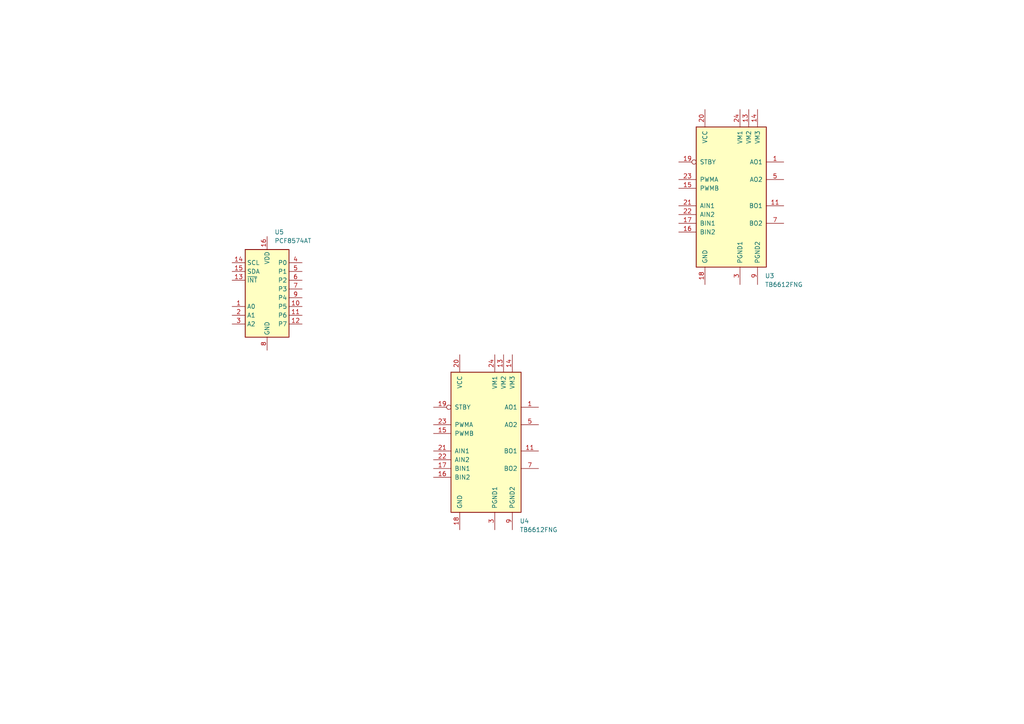
<source format=kicad_sch>
(kicad_sch
	(version 20250114)
	(generator "eeschema")
	(generator_version "9.0")
	(uuid "042ff7d9-0ebc-41d9-b719-94c84745b085")
	(paper "A4")
	(lib_symbols
		(symbol "Driver_Motor:TB6612FNG"
			(pin_names
				(offset 1.016)
			)
			(exclude_from_sim no)
			(in_bom yes)
			(on_board yes)
			(property "Reference" "U"
				(at 11.43 17.78 0)
				(effects
					(font
						(size 1.27 1.27)
					)
					(justify left)
				)
			)
			(property "Value" "TB6612FNG"
				(at 11.43 15.24 0)
				(effects
					(font
						(size 1.27 1.27)
					)
					(justify left)
				)
			)
			(property "Footprint" "Package_SO:SSOP-24_5.3x8.2mm_P0.65mm"
				(at 33.02 -22.86 0)
				(effects
					(font
						(size 1.27 1.27)
					)
					(hide yes)
				)
			)
			(property "Datasheet" "https://toshiba.semicon-storage.com/us/product/linear/motordriver/detail.TB6612FNG.html"
				(at 11.43 15.24 0)
				(effects
					(font
						(size 1.27 1.27)
					)
					(hide yes)
				)
			)
			(property "Description" "Driver IC for Dual DC motor, SSOP-24"
				(at 0 0 0)
				(effects
					(font
						(size 1.27 1.27)
					)
					(hide yes)
				)
			)
			(property "ki_keywords" "H-bridge motor driver"
				(at 0 0 0)
				(effects
					(font
						(size 1.27 1.27)
					)
					(hide yes)
				)
			)
			(property "ki_fp_filters" "SSOP-24*5.3x8.2mm*P0.65mm*"
				(at 0 0 0)
				(effects
					(font
						(size 1.27 1.27)
					)
					(hide yes)
				)
			)
			(symbol "TB6612FNG_0_1"
				(rectangle
					(start -10.16 20.32)
					(end 10.16 -20.32)
					(stroke
						(width 0.254)
						(type default)
					)
					(fill
						(type background)
					)
				)
			)
			(symbol "TB6612FNG_1_1"
				(pin input inverted
					(at -15.24 10.16 0)
					(length 5.08)
					(name "STBY"
						(effects
							(font
								(size 1.27 1.27)
							)
						)
					)
					(number "19"
						(effects
							(font
								(size 1.27 1.27)
							)
						)
					)
				)
				(pin input line
					(at -15.24 5.08 0)
					(length 5.08)
					(name "PWMA"
						(effects
							(font
								(size 1.27 1.27)
							)
						)
					)
					(number "23"
						(effects
							(font
								(size 1.27 1.27)
							)
						)
					)
				)
				(pin input line
					(at -15.24 2.54 0)
					(length 5.08)
					(name "PWMB"
						(effects
							(font
								(size 1.27 1.27)
							)
						)
					)
					(number "15"
						(effects
							(font
								(size 1.27 1.27)
							)
						)
					)
				)
				(pin input line
					(at -15.24 -2.54 0)
					(length 5.08)
					(name "AIN1"
						(effects
							(font
								(size 1.27 1.27)
							)
						)
					)
					(number "21"
						(effects
							(font
								(size 1.27 1.27)
							)
						)
					)
				)
				(pin input line
					(at -15.24 -5.08 0)
					(length 5.08)
					(name "AIN2"
						(effects
							(font
								(size 1.27 1.27)
							)
						)
					)
					(number "22"
						(effects
							(font
								(size 1.27 1.27)
							)
						)
					)
				)
				(pin input line
					(at -15.24 -7.62 0)
					(length 5.08)
					(name "BIN1"
						(effects
							(font
								(size 1.27 1.27)
							)
						)
					)
					(number "17"
						(effects
							(font
								(size 1.27 1.27)
							)
						)
					)
				)
				(pin input line
					(at -15.24 -10.16 0)
					(length 5.08)
					(name "BIN2"
						(effects
							(font
								(size 1.27 1.27)
							)
						)
					)
					(number "16"
						(effects
							(font
								(size 1.27 1.27)
							)
						)
					)
				)
				(pin power_in line
					(at -7.62 25.4 270)
					(length 5.08)
					(name "VCC"
						(effects
							(font
								(size 1.27 1.27)
							)
						)
					)
					(number "20"
						(effects
							(font
								(size 1.27 1.27)
							)
						)
					)
				)
				(pin power_in line
					(at -7.62 -25.4 90)
					(length 5.08)
					(name "GND"
						(effects
							(font
								(size 1.27 1.27)
							)
						)
					)
					(number "18"
						(effects
							(font
								(size 1.27 1.27)
							)
						)
					)
				)
				(pin power_in line
					(at 2.54 25.4 270)
					(length 5.08)
					(name "VM1"
						(effects
							(font
								(size 1.27 1.27)
							)
						)
					)
					(number "24"
						(effects
							(font
								(size 1.27 1.27)
							)
						)
					)
				)
				(pin power_in line
					(at 2.54 -25.4 90)
					(length 5.08)
					(name "PGND1"
						(effects
							(font
								(size 1.27 1.27)
							)
						)
					)
					(number "3"
						(effects
							(font
								(size 1.27 1.27)
							)
						)
					)
				)
				(pin passive line
					(at 2.54 -25.4 90)
					(length 5.08)
					(hide yes)
					(name "PGND1"
						(effects
							(font
								(size 1.27 1.27)
							)
						)
					)
					(number "4"
						(effects
							(font
								(size 1.27 1.27)
							)
						)
					)
				)
				(pin power_in line
					(at 5.08 25.4 270)
					(length 5.08)
					(name "VM2"
						(effects
							(font
								(size 1.27 1.27)
							)
						)
					)
					(number "13"
						(effects
							(font
								(size 1.27 1.27)
							)
						)
					)
				)
				(pin power_in line
					(at 7.62 25.4 270)
					(length 5.08)
					(name "VM3"
						(effects
							(font
								(size 1.27 1.27)
							)
						)
					)
					(number "14"
						(effects
							(font
								(size 1.27 1.27)
							)
						)
					)
				)
				(pin passive line
					(at 7.62 -25.4 90)
					(length 5.08)
					(hide yes)
					(name "PGND2"
						(effects
							(font
								(size 1.27 1.27)
							)
						)
					)
					(number "10"
						(effects
							(font
								(size 1.27 1.27)
							)
						)
					)
				)
				(pin power_in line
					(at 7.62 -25.4 90)
					(length 5.08)
					(name "PGND2"
						(effects
							(font
								(size 1.27 1.27)
							)
						)
					)
					(number "9"
						(effects
							(font
								(size 1.27 1.27)
							)
						)
					)
				)
				(pin output line
					(at 15.24 10.16 180)
					(length 5.08)
					(name "AO1"
						(effects
							(font
								(size 1.27 1.27)
							)
						)
					)
					(number "1"
						(effects
							(font
								(size 1.27 1.27)
							)
						)
					)
				)
				(pin passive line
					(at 15.24 10.16 180)
					(length 5.08)
					(hide yes)
					(name "AO1"
						(effects
							(font
								(size 1.27 1.27)
							)
						)
					)
					(number "2"
						(effects
							(font
								(size 1.27 1.27)
							)
						)
					)
				)
				(pin output line
					(at 15.24 5.08 180)
					(length 5.08)
					(name "AO2"
						(effects
							(font
								(size 1.27 1.27)
							)
						)
					)
					(number "5"
						(effects
							(font
								(size 1.27 1.27)
							)
						)
					)
				)
				(pin passive line
					(at 15.24 5.08 180)
					(length 5.08)
					(hide yes)
					(name "AO2"
						(effects
							(font
								(size 1.27 1.27)
							)
						)
					)
					(number "6"
						(effects
							(font
								(size 1.27 1.27)
							)
						)
					)
				)
				(pin output line
					(at 15.24 -2.54 180)
					(length 5.08)
					(name "BO1"
						(effects
							(font
								(size 1.27 1.27)
							)
						)
					)
					(number "11"
						(effects
							(font
								(size 1.27 1.27)
							)
						)
					)
				)
				(pin passive line
					(at 15.24 -2.54 180)
					(length 5.08)
					(hide yes)
					(name "BO1"
						(effects
							(font
								(size 1.27 1.27)
							)
						)
					)
					(number "12"
						(effects
							(font
								(size 1.27 1.27)
							)
						)
					)
				)
				(pin output line
					(at 15.24 -7.62 180)
					(length 5.08)
					(name "BO2"
						(effects
							(font
								(size 1.27 1.27)
							)
						)
					)
					(number "7"
						(effects
							(font
								(size 1.27 1.27)
							)
						)
					)
				)
				(pin passive line
					(at 15.24 -7.62 180)
					(length 5.08)
					(hide yes)
					(name "BO2"
						(effects
							(font
								(size 1.27 1.27)
							)
						)
					)
					(number "8"
						(effects
							(font
								(size 1.27 1.27)
							)
						)
					)
				)
			)
			(embedded_fonts no)
		)
		(symbol "Interface_Expansion:PCF8574AT"
			(exclude_from_sim no)
			(in_bom yes)
			(on_board yes)
			(property "Reference" "U"
				(at -6.35 12.954 0)
				(effects
					(font
						(size 1.27 1.27)
					)
					(justify left)
				)
			)
			(property "Value" "PCF8574AT"
				(at 3.048 12.954 0)
				(effects
					(font
						(size 1.27 1.27)
					)
					(justify left)
				)
			)
			(property "Footprint" "Package_SO:SOIC-16W_7.5x10.3mm_P1.27mm"
				(at 0 0 0)
				(effects
					(font
						(size 1.27 1.27)
					)
					(hide yes)
				)
			)
			(property "Datasheet" "http://www.nxp.com/docs/en/data-sheet/PCF8574_PCF8574A.pdf"
				(at 0 0 0)
				(effects
					(font
						(size 1.27 1.27)
					)
					(hide yes)
				)
			)
			(property "Description" "8 Bit Port/Expander to I2C Bus, fixed address bits 0b0111, SOIC-16"
				(at 0 0 0)
				(effects
					(font
						(size 1.27 1.27)
					)
					(hide yes)
				)
			)
			(property "ki_keywords" "I2C Expander"
				(at 0 0 0)
				(effects
					(font
						(size 1.27 1.27)
					)
					(hide yes)
				)
			)
			(property "ki_fp_filters" "SOIC*7.5x10.3mm*P1.27mm*"
				(at 0 0 0)
				(effects
					(font
						(size 1.27 1.27)
					)
					(hide yes)
				)
			)
			(symbol "PCF8574AT_0_1"
				(rectangle
					(start -6.35 -13.97)
					(end 6.35 11.43)
					(stroke
						(width 0.254)
						(type default)
					)
					(fill
						(type background)
					)
				)
			)
			(symbol "PCF8574AT_1_1"
				(pin input line
					(at -10.16 7.62 0)
					(length 3.81)
					(name "SCL"
						(effects
							(font
								(size 1.27 1.27)
							)
						)
					)
					(number "14"
						(effects
							(font
								(size 1.27 1.27)
							)
						)
					)
				)
				(pin bidirectional line
					(at -10.16 5.08 0)
					(length 3.81)
					(name "SDA"
						(effects
							(font
								(size 1.27 1.27)
							)
						)
					)
					(number "15"
						(effects
							(font
								(size 1.27 1.27)
							)
						)
					)
				)
				(pin open_collector line
					(at -10.16 2.54 0)
					(length 3.81)
					(name "~{INT}"
						(effects
							(font
								(size 1.27 1.27)
							)
						)
					)
					(number "13"
						(effects
							(font
								(size 1.27 1.27)
							)
						)
					)
				)
				(pin input line
					(at -10.16 -5.08 0)
					(length 3.81)
					(name "A0"
						(effects
							(font
								(size 1.27 1.27)
							)
						)
					)
					(number "1"
						(effects
							(font
								(size 1.27 1.27)
							)
						)
					)
				)
				(pin input line
					(at -10.16 -7.62 0)
					(length 3.81)
					(name "A1"
						(effects
							(font
								(size 1.27 1.27)
							)
						)
					)
					(number "2"
						(effects
							(font
								(size 1.27 1.27)
							)
						)
					)
				)
				(pin input line
					(at -10.16 -10.16 0)
					(length 3.81)
					(name "A2"
						(effects
							(font
								(size 1.27 1.27)
							)
						)
					)
					(number "3"
						(effects
							(font
								(size 1.27 1.27)
							)
						)
					)
				)
				(pin power_in line
					(at 0 15.24 270)
					(length 3.81)
					(name "VDD"
						(effects
							(font
								(size 1.27 1.27)
							)
						)
					)
					(number "16"
						(effects
							(font
								(size 1.27 1.27)
							)
						)
					)
				)
				(pin power_in line
					(at 0 -17.78 90)
					(length 3.81)
					(name "GND"
						(effects
							(font
								(size 1.27 1.27)
							)
						)
					)
					(number "8"
						(effects
							(font
								(size 1.27 1.27)
							)
						)
					)
				)
				(pin bidirectional line
					(at 10.16 7.62 180)
					(length 3.81)
					(name "P0"
						(effects
							(font
								(size 1.27 1.27)
							)
						)
					)
					(number "4"
						(effects
							(font
								(size 1.27 1.27)
							)
						)
					)
				)
				(pin bidirectional line
					(at 10.16 5.08 180)
					(length 3.81)
					(name "P1"
						(effects
							(font
								(size 1.27 1.27)
							)
						)
					)
					(number "5"
						(effects
							(font
								(size 1.27 1.27)
							)
						)
					)
				)
				(pin bidirectional line
					(at 10.16 2.54 180)
					(length 3.81)
					(name "P2"
						(effects
							(font
								(size 1.27 1.27)
							)
						)
					)
					(number "6"
						(effects
							(font
								(size 1.27 1.27)
							)
						)
					)
				)
				(pin bidirectional line
					(at 10.16 0 180)
					(length 3.81)
					(name "P3"
						(effects
							(font
								(size 1.27 1.27)
							)
						)
					)
					(number "7"
						(effects
							(font
								(size 1.27 1.27)
							)
						)
					)
				)
				(pin bidirectional line
					(at 10.16 -2.54 180)
					(length 3.81)
					(name "P4"
						(effects
							(font
								(size 1.27 1.27)
							)
						)
					)
					(number "9"
						(effects
							(font
								(size 1.27 1.27)
							)
						)
					)
				)
				(pin bidirectional line
					(at 10.16 -5.08 180)
					(length 3.81)
					(name "P5"
						(effects
							(font
								(size 1.27 1.27)
							)
						)
					)
					(number "10"
						(effects
							(font
								(size 1.27 1.27)
							)
						)
					)
				)
				(pin bidirectional line
					(at 10.16 -7.62 180)
					(length 3.81)
					(name "P6"
						(effects
							(font
								(size 1.27 1.27)
							)
						)
					)
					(number "11"
						(effects
							(font
								(size 1.27 1.27)
							)
						)
					)
				)
				(pin bidirectional line
					(at 10.16 -10.16 180)
					(length 3.81)
					(name "P7"
						(effects
							(font
								(size 1.27 1.27)
							)
						)
					)
					(number "12"
						(effects
							(font
								(size 1.27 1.27)
							)
						)
					)
				)
			)
			(embedded_fonts no)
		)
	)
	(symbol
		(lib_id "Interface_Expansion:PCF8574AT")
		(at 77.47 83.82 0)
		(unit 1)
		(exclude_from_sim no)
		(in_bom yes)
		(on_board yes)
		(dnp no)
		(fields_autoplaced yes)
		(uuid "04838f56-4a0b-4cc6-b2c6-070980bf4c78")
		(property "Reference" "U5"
			(at 79.6133 67.31 0)
			(effects
				(font
					(size 1.27 1.27)
				)
				(justify left)
			)
		)
		(property "Value" "PCF8574AT"
			(at 79.6133 69.85 0)
			(effects
				(font
					(size 1.27 1.27)
				)
				(justify left)
			)
		)
		(property "Footprint" "Package_SO:SOIC-16W_7.5x10.3mm_P1.27mm"
			(at 77.47 83.82 0)
			(effects
				(font
					(size 1.27 1.27)
				)
				(hide yes)
			)
		)
		(property "Datasheet" "http://www.nxp.com/docs/en/data-sheet/PCF8574_PCF8574A.pdf"
			(at 77.47 83.82 0)
			(effects
				(font
					(size 1.27 1.27)
				)
				(hide yes)
			)
		)
		(property "Description" "8 Bit Port/Expander to I2C Bus, fixed address bits 0b0111, SOIC-16"
			(at 77.47 83.82 0)
			(effects
				(font
					(size 1.27 1.27)
				)
				(hide yes)
			)
		)
		(pin "14"
			(uuid "a6e9c738-6b26-49c1-9f5d-c8c2d53d9372")
		)
		(pin "4"
			(uuid "7021619b-c4b2-44ff-a1c0-c37dbe315f68")
		)
		(pin "5"
			(uuid "db054d80-ddc6-4093-a92a-4f79b185a71d")
		)
		(pin "11"
			(uuid "5d039d21-cdd1-4222-8602-239093fb2661")
		)
		(pin "2"
			(uuid "83f4258c-09c1-48cf-a555-042a473775c4")
		)
		(pin "13"
			(uuid "49df5775-fce0-4399-83f4-705483ea9e6f")
		)
		(pin "3"
			(uuid "7636b909-4977-4e58-9195-1991904376cf")
		)
		(pin "15"
			(uuid "db9960d2-06ef-48da-bd5c-412ce27cdc8e")
		)
		(pin "1"
			(uuid "5c4f0cc1-a955-473c-a9cc-271f1992acf1")
		)
		(pin "6"
			(uuid "a4122f81-6871-404a-be32-151454f6239b")
		)
		(pin "7"
			(uuid "62ac0be1-ce8f-4cfa-9fec-100d03e66f01")
		)
		(pin "9"
			(uuid "48d2f525-094e-4883-83d1-8e34bd9556d2")
		)
		(pin "8"
			(uuid "c5e0760f-9733-4d71-b5d0-47d649420210")
		)
		(pin "16"
			(uuid "9fd73023-0d8b-43ee-925b-6d7fc289aa88")
		)
		(pin "10"
			(uuid "9b35d0f8-4114-4ee0-9a1b-91472b94387f")
		)
		(pin "12"
			(uuid "be50e4bc-e703-4e26-b0e8-2f36738a1589")
		)
		(instances
			(project ""
				(path "/de57d3be-b862-42cc-a84c-a9aed08aacc3/a91d2fb7-4ec0-47bd-8a71-8ead7f30deb1"
					(reference "U5")
					(unit 1)
				)
			)
		)
	)
	(symbol
		(lib_id "Driver_Motor:TB6612FNG")
		(at 212.09 57.15 0)
		(unit 1)
		(exclude_from_sim no)
		(in_bom yes)
		(on_board yes)
		(dnp no)
		(fields_autoplaced yes)
		(uuid "1ea1fc82-4616-418f-a319-4f313ef26f43")
		(property "Reference" "U3"
			(at 221.8533 80.01 0)
			(effects
				(font
					(size 1.27 1.27)
				)
				(justify left)
			)
		)
		(property "Value" "TB6612FNG"
			(at 221.8533 82.55 0)
			(effects
				(font
					(size 1.27 1.27)
				)
				(justify left)
			)
		)
		(property "Footprint" "Package_SO:SSOP-24_5.3x8.2mm_P0.65mm"
			(at 245.11 80.01 0)
			(effects
				(font
					(size 1.27 1.27)
				)
				(hide yes)
			)
		)
		(property "Datasheet" "https://toshiba.semicon-storage.com/us/product/linear/motordriver/detail.TB6612FNG.html"
			(at 223.52 41.91 0)
			(effects
				(font
					(size 1.27 1.27)
				)
				(hide yes)
			)
		)
		(property "Description" "Driver IC for Dual DC motor, SSOP-24"
			(at 212.09 57.15 0)
			(effects
				(font
					(size 1.27 1.27)
				)
				(hide yes)
			)
		)
		(pin "15"
			(uuid "5101dc9d-05ed-4dbb-b55a-f72971b998e2")
		)
		(pin "18"
			(uuid "b83e38b8-374d-4669-91d3-dcbf78fe4fbe")
		)
		(pin "23"
			(uuid "61720e8d-8993-4a15-af10-ad15ae5c1c17")
		)
		(pin "16"
			(uuid "e4d0e83e-c279-419e-b046-80ea60a0a7fe")
		)
		(pin "8"
			(uuid "c05b39e8-731f-4d88-b8a2-7236b9d28adc")
		)
		(pin "21"
			(uuid "7c452a71-a582-4084-ba8a-d73768451bbd")
		)
		(pin "1"
			(uuid "dfb6fb25-6f64-4f76-b5dd-49788b383624")
		)
		(pin "22"
			(uuid "c77173ae-db4f-499c-9705-ac296c45c760")
		)
		(pin "19"
			(uuid "da2bbe0d-c6ef-4c70-9c15-f0b7f1bf3654")
		)
		(pin "7"
			(uuid "aa315bbd-2a76-4dd6-8f00-52eb0b68c440")
		)
		(pin "20"
			(uuid "e3d96c69-976f-4b4a-a840-3fdbdba7697e")
		)
		(pin "17"
			(uuid "b2c3d29d-8dc9-4f26-9525-f557a8eedbc8")
		)
		(pin "24"
			(uuid "e473ba80-b8af-4869-974d-5da750a96c72")
		)
		(pin "14"
			(uuid "5657852e-7286-40a2-a4f6-948fed6e17ce")
		)
		(pin "5"
			(uuid "f563ad78-cf04-45f5-ac42-2495367e449e")
		)
		(pin "3"
			(uuid "c000e3a7-c800-4bf9-9f56-952730dad294")
		)
		(pin "2"
			(uuid "2401ec1a-2fc7-42eb-a0f0-c775b4dc3580")
		)
		(pin "11"
			(uuid "5e59dd8f-5518-46a6-a1f3-ca02a384ea66")
		)
		(pin "4"
			(uuid "dfa47628-c7bc-484f-821d-a1307419fca9")
		)
		(pin "13"
			(uuid "0a542da5-1368-4f64-873f-ca599d3dc206")
		)
		(pin "9"
			(uuid "f2692eff-e597-4891-be4e-265b099f98cf")
		)
		(pin "10"
			(uuid "a22c3c6e-e5cd-4df0-b7f6-7ff0b5fff99b")
		)
		(pin "6"
			(uuid "523be4c5-b8d5-4cd2-8bbc-8de502477f7d")
		)
		(pin "12"
			(uuid "7ed4e45e-b039-4db2-bf1f-999e6690958f")
		)
		(instances
			(project "BlockController"
				(path "/de57d3be-b862-42cc-a84c-a9aed08aacc3/a91d2fb7-4ec0-47bd-8a71-8ead7f30deb1"
					(reference "U3")
					(unit 1)
				)
			)
		)
	)
	(symbol
		(lib_id "Driver_Motor:TB6612FNG")
		(at 140.97 128.27 0)
		(unit 1)
		(exclude_from_sim no)
		(in_bom yes)
		(on_board yes)
		(dnp no)
		(fields_autoplaced yes)
		(uuid "b584ba37-da66-4d86-a32f-d66a993b2074")
		(property "Reference" "U4"
			(at 150.7333 151.13 0)
			(effects
				(font
					(size 1.27 1.27)
				)
				(justify left)
			)
		)
		(property "Value" "TB6612FNG"
			(at 150.7333 153.67 0)
			(effects
				(font
					(size 1.27 1.27)
				)
				(justify left)
			)
		)
		(property "Footprint" "Package_SO:SSOP-24_5.3x8.2mm_P0.65mm"
			(at 173.99 151.13 0)
			(effects
				(font
					(size 1.27 1.27)
				)
				(hide yes)
			)
		)
		(property "Datasheet" "https://toshiba.semicon-storage.com/us/product/linear/motordriver/detail.TB6612FNG.html"
			(at 152.4 113.03 0)
			(effects
				(font
					(size 1.27 1.27)
				)
				(hide yes)
			)
		)
		(property "Description" "Driver IC for Dual DC motor, SSOP-24"
			(at 140.97 128.27 0)
			(effects
				(font
					(size 1.27 1.27)
				)
				(hide yes)
			)
		)
		(pin "15"
			(uuid "f6354d23-5ad6-44d0-9f34-3fd97b256a2b")
		)
		(pin "18"
			(uuid "80d6cf80-9019-462b-9eaf-bd3656d00f22")
		)
		(pin "23"
			(uuid "8bb327da-2779-44bd-ac0f-474af77fdd95")
		)
		(pin "16"
			(uuid "70aedfd9-8462-4fc2-8c2c-bfde1471039a")
		)
		(pin "8"
			(uuid "b712b363-9086-4cf9-9a84-896ac791d025")
		)
		(pin "21"
			(uuid "089179b3-910e-4516-ab05-31f0843a8ddb")
		)
		(pin "1"
			(uuid "d39c75de-279e-47cb-8e54-e216a4a35c86")
		)
		(pin "22"
			(uuid "1d6bca3e-ba0b-4dde-abf1-357a31b3d9fd")
		)
		(pin "19"
			(uuid "65bd55ad-1668-44a1-b438-4a631630eb16")
		)
		(pin "7"
			(uuid "64e00ae3-3c87-430e-9884-9174dcd27952")
		)
		(pin "20"
			(uuid "51f6bf51-4434-4a8f-b48b-99e864f466c3")
		)
		(pin "17"
			(uuid "467bfc4f-a386-4fea-8909-bea28a1c2808")
		)
		(pin "24"
			(uuid "306431fc-1541-4776-9637-b81d3d2f532b")
		)
		(pin "14"
			(uuid "9a8a3c09-460b-47cc-a36d-17cdff1b0d26")
		)
		(pin "5"
			(uuid "6c8f8a17-7dc4-448a-9fa3-88c77d349e19")
		)
		(pin "3"
			(uuid "a516f453-c75c-4be0-a98b-374f143d63af")
		)
		(pin "2"
			(uuid "14220385-cf5e-4aff-a186-90a22035b276")
		)
		(pin "11"
			(uuid "e4e7e80e-7ed9-4cca-892c-f4a53244512f")
		)
		(pin "4"
			(uuid "bd978e98-2703-4454-8385-ac12d5fdcf1a")
		)
		(pin "13"
			(uuid "19a2d7aa-a6f9-41a0-bcc9-a2c16d81cf2c")
		)
		(pin "9"
			(uuid "2b9ceca3-3a0d-4b47-b606-4596b6ababf9")
		)
		(pin "10"
			(uuid "06087ebe-b41e-42c6-84c0-9f68ac0b552d")
		)
		(pin "6"
			(uuid "d3a1df2d-590d-406e-9441-dd63aaab5d33")
		)
		(pin "12"
			(uuid "716e313b-c078-4a24-ae92-b48a94c28cb5")
		)
		(instances
			(project "BlockController"
				(path "/de57d3be-b862-42cc-a84c-a9aed08aacc3/a91d2fb7-4ec0-47bd-8a71-8ead7f30deb1"
					(reference "U4")
					(unit 1)
				)
			)
		)
	)
)

</source>
